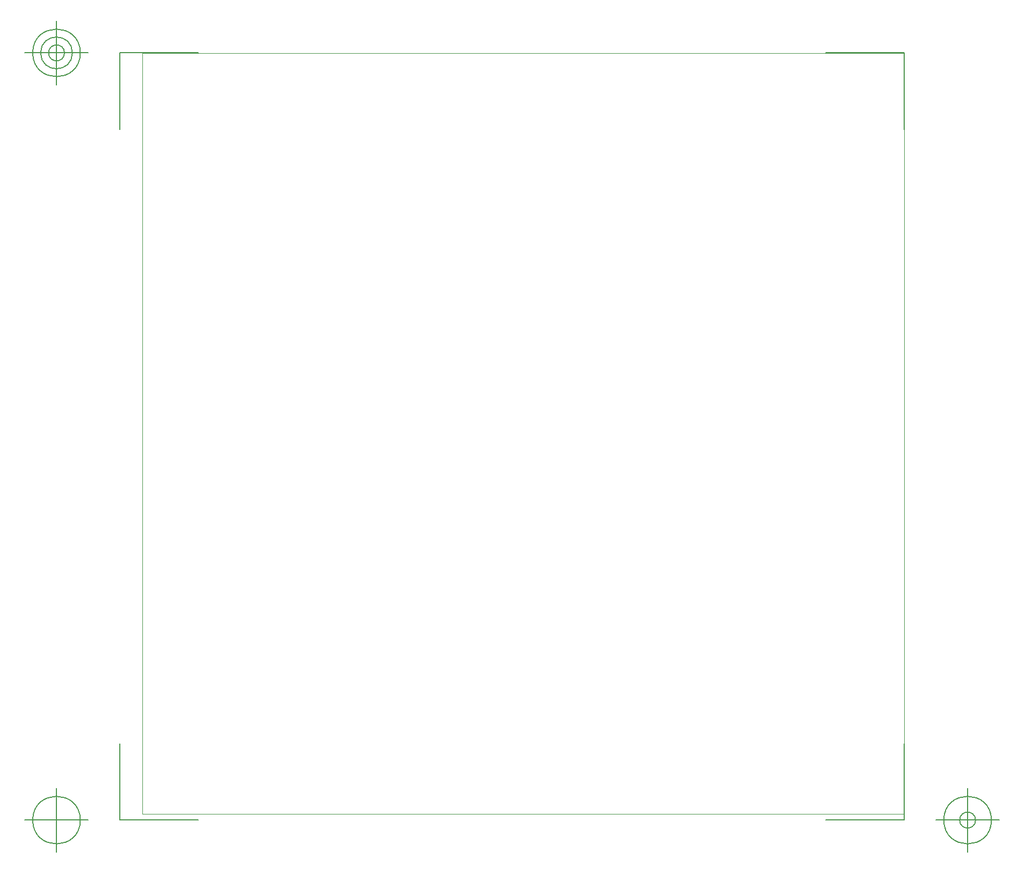
<source format=gbr>
G04 Generated by Ultiboard 13.0 *
%FSLAX34Y34*%
%MOMM*%

%ADD11C,0.0010*%
%ADD12C,0.1270*%


G04 ColorRGB 00FFFF for the following layer *
%LNBoard Outline*%
%LPD*%
G54D10*
G54D11*
X287020Y-82260D02*
X1487020Y-82260D01*
X1487020Y1117740D01*
X287020Y1117740D01*
X287020Y-82260D01*
G54D12*
X251476Y-91880D02*
X251476Y29107D01*
X251476Y-91880D02*
X375056Y-91880D01*
X1487274Y-91880D02*
X1363694Y-91880D01*
X1487274Y-91880D02*
X1487274Y29107D01*
X1487274Y1117994D02*
X1487274Y997007D01*
X1487274Y1117994D02*
X1363694Y1117994D01*
X251476Y1117994D02*
X375056Y1117994D01*
X251476Y1117994D02*
X251476Y997007D01*
X201476Y-91880D02*
X101476Y-91880D01*
X151476Y-141880D02*
X151476Y-41880D01*
X113976Y-91880D02*
G75*
D01*
G02X113976Y-91880I37500J0*
G01*
X1537274Y-91880D02*
X1637274Y-91880D01*
X1587274Y-141880D02*
X1587274Y-41880D01*
X1549774Y-91880D02*
G75*
D01*
G02X1549774Y-91880I37500J0*
G01*
X1574774Y-91880D02*
G75*
D01*
G02X1574774Y-91880I12500J0*
G01*
X201476Y1117994D02*
X101476Y1117994D01*
X151476Y1067994D02*
X151476Y1167994D01*
X113976Y1117994D02*
G75*
D01*
G02X113976Y1117994I37500J0*
G01*
X126476Y1117994D02*
G75*
D01*
G02X126476Y1117994I25000J0*
G01*
X138976Y1117994D02*
G75*
D01*
G02X138976Y1117994I12500J0*
G01*

M02*

</source>
